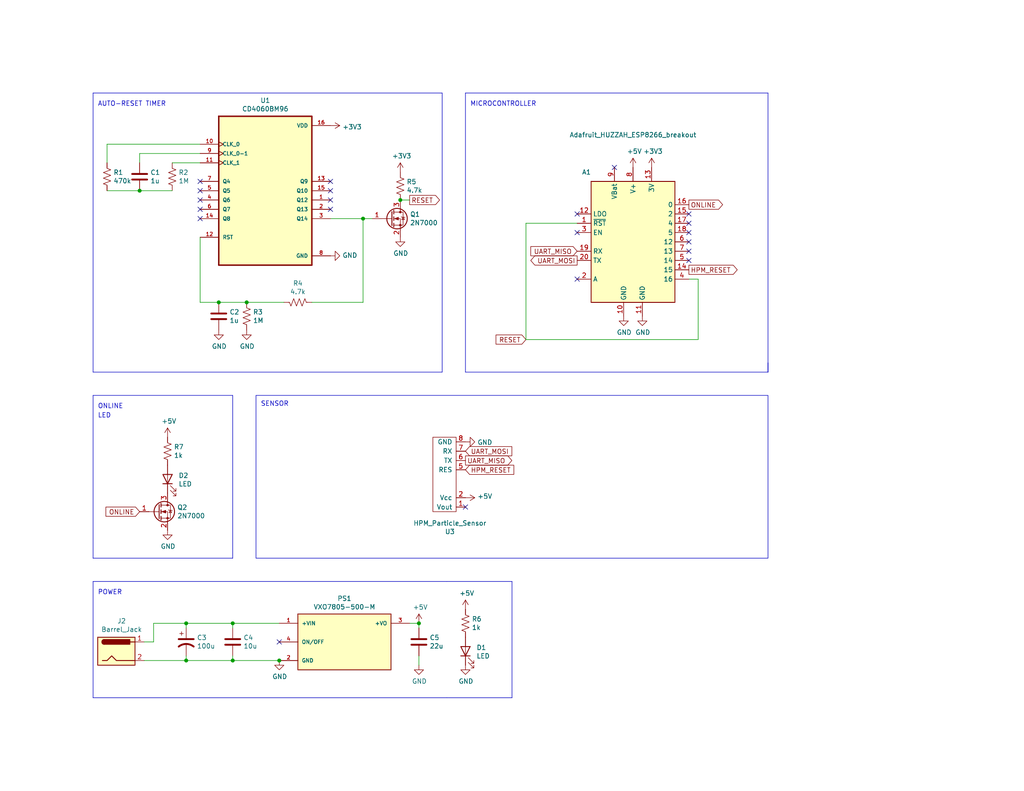
<source format=kicad_sch>
(kicad_sch (version 20230121) (generator eeschema)
  (paper "USLetter")
  (title_block (title "MQTT Particle Sensor") (date "2023-04-06") (rev "B") (company "University of Wisconsin-Madison") (comment 1 "Department of Chemistry") (comment 2 "Instrument Shop") (comment 3 "Blaise Thompson") (comment 4 "blaise.thompson@wisc.edu"))
  (lib_symbols
    (symbol "CD4060BM96:CD4060BM96" (pin_names (offset 1.016))
      (property "Reference" "U" (at -12.7 21.3106 0))
      (property "Value" "CD4060BM96" (at -12.7 -24.3078 0))
      (symbol "CD4060BM96_0_0"
        (rectangle (start -12.7 -20.32) (end 12.7 20.32) (stroke (width 0.4064)) (fill (type background)))
        (pin bidirectional line (at 17.78 -2.54 180) (length 5.08) (name "Q12") (number "1"))
        (pin input clock (at -17.78 12.7 0) (length 5.08) (name "CLK_0") (number "10"))
        (pin input clock (at -17.78 7.62 0) (length 5.08) (name "CLK_1") (number "11"))
        (pin bidirectional line (at -17.78 -12.7 0) (length 5.08) (name "RST") (number "12"))
        (pin bidirectional line (at 17.78 2.54 180) (length 5.08) (name "Q9") (number "13"))
        (pin bidirectional line (at -17.78 -7.62 0) (length 5.08) (name "Q8") (number "14"))
        (pin bidirectional line (at 17.78 0 180) (length 5.08) (name "Q10") (number "15"))
        (pin power_in line (at 17.78 17.78 180) (length 5.08) (name "VDD") (number "16"))
        (pin bidirectional line (at 17.78 -5.08 180) (length 5.08) (name "Q13") (number "2"))
        (pin bidirectional line (at 17.78 -7.62 180) (length 5.08) (name "Q14") (number "3"))
        (pin bidirectional line (at -17.78 -2.54 0) (length 5.08) (name "Q6") (number "4"))
        (pin bidirectional line (at -17.78 0 0) (length 5.08) (name "Q5") (number "5"))
        (pin bidirectional line (at -17.78 -5.08 0) (length 5.08) (name "Q7") (number "6"))
        (pin bidirectional line (at -17.78 2.54 0) (length 5.08) (name "Q4") (number "7"))
        (pin power_in line (at 17.78 -17.78 180) (length 5.08) (name "GND") (number "8"))
        (pin input clock (at -17.78 10.16 0) (length 5.08) (name "CLK_0-1") (number "9"))
      )
    )
    (symbol "Connector:Barrel_Jack" (pin_names (offset 1.016))
      (property "Reference" "J" (at 0 5.334 0))
      (property "Value" "Barrel_Jack" (at 0 -5.08 0))
      (symbol "Barrel_Jack_0_1"
        (rectangle (start -5.08 3.81) (end 5.08 -3.81) (stroke (width 0.254)) (fill (type background)))
        (arc (start -3.302 3.175) (mid -3.9343 2.54) (end -3.302 1.905) (stroke (width 0.254)))
        (arc (start -3.302 3.175) (mid -3.9343 2.54) (end -3.302 1.905) (stroke (width 0.254)) (fill (type outline)))
        (polyline (pts (xy 5.08 2.54) (xy 3.81 2.54)) (stroke (width 0.254)))
        (polyline (pts (xy -3.81 -2.54) (xy -2.54 -2.54) (xy -1.27 -1.27) (xy 0 -2.54) (xy 2.54 -2.54) (xy 5.08 -2.54)) (stroke (width 0.254)))
        (rectangle (start 3.683 3.175) (end -3.302 1.905) (stroke (width 0.254)) (fill (type outline)))
      )
      (symbol "Barrel_Jack_1_1"
        (pin passive line (at 7.62 2.54 180) (length 2.54) (name "~") (number "1"))
        (pin passive line (at 7.62 -2.54 180) (length 2.54) (name "~") (number "2"))
      )
    )
    (symbol "Device:C" (pin_numbers hide) (pin_names (offset 0.254))
      (property "Reference" "C" (at 0.635 2.54 0))
      (property "Value" "C" (at 0.635 -2.54 0))
      (symbol "C_0_1"
        (polyline (pts (xy -2.032 -0.762) (xy 2.032 -0.762)) (stroke (width 0.508)))
        (polyline (pts (xy -2.032 0.762) (xy 2.032 0.762)) (stroke (width 0.508)))
      )
      (symbol "C_1_1"
        (pin passive line (at 0 3.81 270) (length 2.794) (name "~") (number "1"))
        (pin passive line (at 0 -3.81 90) (length 2.794) (name "~") (number "2"))
      )
    )
    (symbol "Device:CP1" (pin_numbers hide) (pin_names (offset 0.254) hide)
      (property "Reference" "C" (at 0.635 2.54 0))
      (property "Value" "Device_CP1" (at 0.635 -2.54 0))
      (symbol "CP1_0_1"
        (polyline (pts (xy -2.032 0.762) (xy 2.032 0.762)) (stroke (width 0.508)))
        (polyline (pts (xy -1.778 2.286) (xy -0.762 2.286)))
        (polyline (pts (xy -1.27 1.778) (xy -1.27 2.794)))
        (arc (start 2.032 -1.27) (mid 0 -0.5572) (end -2.032 -1.27) (stroke (width 0.508)))
      )
      (symbol "CP1_1_1"
        (pin passive line (at 0 3.81 270) (length 2.794) (name "~") (number "1"))
        (pin passive line (at 0 -3.81 90) (length 3.302) (name "~") (number "2"))
      )
    )
    (symbol "Device:LED" (pin_numbers hide) (pin_names (offset 1.016) hide)
      (property "Reference" "D" (at 0 2.54 0))
      (property "Value" "LED" (at 0 -2.54 0))
      (symbol "LED_0_1"
        (polyline (pts (xy -1.27 -1.27) (xy -1.27 1.27)) (stroke (width 0.254)))
        (polyline (pts (xy -1.27 0) (xy 1.27 0)))
        (polyline (pts (xy 1.27 -1.27) (xy 1.27 1.27) (xy -1.27 0) (xy 1.27 -1.27)) (stroke (width 0.254)))
        (polyline (pts (xy -3.048 -0.762) (xy -4.572 -2.286) (xy -3.81 -2.286) (xy -4.572 -2.286) (xy -4.572 -1.524)))
        (polyline (pts (xy -1.778 -0.762) (xy -3.302 -2.286) (xy -2.54 -2.286) (xy -3.302 -2.286) (xy -3.302 -1.524)))
      )
      (symbol "LED_1_1"
        (pin passive line (at -3.81 0 0) (length 2.54) (name "K") (number "1"))
        (pin passive line (at 3.81 0 180) (length 2.54) (name "A") (number "2"))
      )
    )
    (symbol "Device:Q_NMOS_GSD" (pin_names (offset 0) hide)
      (property "Reference" "Q" (at 5.08 1.27 0))
      (property "Value" "Q_NMOS_GSD" (at 5.08 -1.27 0))
      (symbol "Q_NMOS_GSD_0_1"
        (polyline (pts (xy 0.254 0) (xy -2.54 0)))
        (polyline (pts (xy 0.254 1.905) (xy 0.254 -1.905)) (stroke (width 0.254)))
        (polyline (pts (xy 0.762 -1.27) (xy 0.762 -2.286)) (stroke (width 0.254)))
        (polyline (pts (xy 0.762 0.508) (xy 0.762 -0.508)) (stroke (width 0.254)))
        (polyline (pts (xy 0.762 2.286) (xy 0.762 1.27)) (stroke (width 0.254)))
        (polyline (pts (xy 2.54 2.54) (xy 2.54 1.778)))
        (polyline (pts (xy 2.54 -2.54) (xy 2.54 0) (xy 0.762 0)))
        (polyline (pts (xy 0.762 -1.778) (xy 3.302 -1.778) (xy 3.302 1.778) (xy 0.762 1.778)))
        (polyline (pts (xy 1.016 0) (xy 2.032 0.381) (xy 2.032 -0.381) (xy 1.016 0)) (fill (type outline)))
        (polyline (pts (xy 2.794 0.508) (xy 2.921 0.381) (xy 3.683 0.381) (xy 3.81 0.254)))
        (polyline (pts (xy 3.302 0.381) (xy 2.921 -0.254) (xy 3.683 -0.254) (xy 3.302 0.381)))
        (circle (center 1.651 0) (radius 2.794) (stroke (width 0.254)))
        (circle (center 2.54 -1.778) (radius 0.254) (fill (type outline)))
        (circle (center 2.54 1.778) (radius 0.254) (fill (type outline)))
      )
      (symbol "Q_NMOS_GSD_1_1"
        (pin input line (at -5.08 0 0) (length 2.54) (name "G") (number "1"))
        (pin passive line (at 2.54 -5.08 90) (length 2.54) (name "S") (number "2"))
        (pin passive line (at 2.54 5.08 270) (length 2.54) (name "D") (number "3"))
      )
    )
    (symbol "Device:R_US" (pin_numbers hide) (pin_names (offset 0))
      (property "Reference" "R" (at 2.54 0 90))
      (property "Value" "R_US" (at -2.54 0 90))
      (symbol "R_US_0_1"
        (polyline (pts (xy 0 -2.286) (xy 0 -2.54)))
        (polyline (pts (xy 0 2.286) (xy 0 2.54)))
        (polyline (pts (xy 0 -0.762) (xy 1.016 -1.143) (xy 0 -1.524) (xy -1.016 -1.905) (xy 0 -2.286)))
        (polyline (pts (xy 0 0.762) (xy 1.016 0.381) (xy 0 0) (xy -1.016 -0.381) (xy 0 -0.762)))
        (polyline (pts (xy 0 2.286) (xy 1.016 1.905) (xy 0 1.524) (xy -1.016 1.143) (xy 0 0.762)))
      )
      (symbol "R_US_1_1"
        (pin passive line (at 0 3.81 270) (length 1.27) (name "~") (number "1"))
        (pin passive line (at 0 -3.81 90) (length 1.27) (name "~") (number "2"))
      )
    )
    (symbol "MCU_Module:Adafruit_HUZZAH_ESP8266_breakout"
      (property "Reference" "A" (at 7.62 19.05 0))
      (property "Value" "Adafruit_HUZZAH_ESP8266_breakout" (at 3.81 -19.05 0))
      (symbol "Adafruit_HUZZAH_ESP8266_breakout_0_1"
        (rectangle (start -11.43 16.51) (end 11.43 -16.51) (stroke (width 0.254)) (fill (type background)))
      )
      (symbol "Adafruit_HUZZAH_ESP8266_breakout_1_1"
        (pin input line (at -15.24 5.08 0) (length 3.81) (name "~{RST}") (number "1"))
        (pin power_in line (at -2.54 -20.32 90) (length 3.81) (name "GND") (number "10"))
        (pin power_in line (at 2.54 -20.32 90) (length 3.81) (name "GND") (number "11"))
        (pin input line (at -15.24 7.62 0) (length 3.81) (name "LDO") (number "12"))
        (pin power_out line (at 5.08 20.32 270) (length 3.81) (name "3V") (number "13"))
        (pin bidirectional line (at 15.24 -7.62 180) (length 3.81) (name "15") (number "14"))
        (pin bidirectional line (at 15.24 7.62 180) (length 3.81) (name "2") (number "15"))
        (pin bidirectional line (at 15.24 10.16 180) (length 3.81) (name "0") (number "16"))
        (pin bidirectional line (at 15.24 5.08 180) (length 3.81) (name "4") (number "17"))
        (pin bidirectional line (at 15.24 2.54 180) (length 3.81) (name "5") (number "18"))
        (pin input line (at -15.24 -2.54 0) (length 3.81) (name "RX") (number "19"))
        (pin input line (at -15.24 -10.16 0) (length 3.81) (name "A") (number "2"))
        (pin output line (at -15.24 -5.08 0) (length 3.81) (name "TX") (number "20"))
        (pin input line (at -15.24 2.54 0) (length 3.81) (name "EN") (number "3"))
        (pin bidirectional line (at 15.24 -10.16 180) (length 3.81) (name "16") (number "4"))
        (pin bidirectional line (at 15.24 -5.08 180) (length 3.81) (name "14") (number "5"))
        (pin bidirectional line (at 15.24 0 180) (length 3.81) (name "12") (number "6"))
        (pin bidirectional line (at 15.24 -2.54 180) (length 3.81) (name "13") (number "7"))
        (pin power_in line (at 0 20.32 270) (length 3.81) (name "V+") (number "8"))
        (pin power_in line (at -5.08 20.32 270) (length 3.81) (name "VBat") (number "9"))
      )
    )
    (symbol "VXO7805-500-M:VXO7805-500-M" (pin_names (offset 1.016))
      (property "Reference" "PS" (at -12.7 8.89 0))
      (property "Value" "VXO7805-500-M" (at -12.7 -8.89 0))
      (symbol "VXO7805-500-M_0_0"
        (pin input line (at -17.78 5.08 0) (length 5.08) (name "+VIN") (number "1"))
        (pin power_in line (at -17.78 -5.08 0) (length 5.08) (name "GND") (number "2"))
        (pin output line (at 17.78 5.08 180) (length 5.08) (name "+VO") (number "3"))
        (pin input line (at -17.78 0 0) (length 5.08) (name "ON/OFF") (number "4"))
      )
      (symbol "VXO7805-500-M_1_1"
        (rectangle (start -12.7 7.62) (end 12.7 -7.62) (stroke (width 0.254)) (fill (type background)))
      )
    )
    (symbol "mqtt_particle_sensor-rescue:HPM_Particle_Sensor-Honeywell_Library" (pin_names (offset 1.016))
      (property "Reference" "U" (at 0 0 0))
      (property "Value" "Honeywell_Library_HPM_Particle_Sensor" (at 0 0 0))
      (symbol "HPM_Particle_Sensor-Honeywell_Library_0_1"
        (rectangle (start -5.08 -2.54) (end 1.27 -22.86))
      )
      (symbol "HPM_Particle_Sensor-Honeywell_Library_1_1"
        (pin power_out line (at 3.81 -3.81 180) (length 2.54) (name "Vout") (number "1"))
        (pin power_in line (at 3.81 -6.35 180) (length 2.54) (name "Vcc") (number "2"))
        (pin input line (at 3.81 -13.97 180) (length 2.54) (name "RES") (number "5"))
        (pin output line (at 3.81 -16.51 180) (length 2.54) (name "TX") (number "6"))
        (pin input line (at 3.81 -19.05 180) (length 2.54) (name "RX") (number "7"))
        (pin unspecified line (at 3.81 -21.59 180) (length 2.54) (name "GND") (number "8"))
      )
    )
    (symbol "power:+3.3V" (power) (pin_names (offset 0))
      (property "Value" "+3.3V" (at 0 3.556 0))
      (symbol "+3.3V_0_1"
        (polyline (pts (xy -0.762 1.27) (xy 0 2.54)))
        (polyline (pts (xy 0 0) (xy 0 2.54)))
        (polyline (pts (xy 0 2.54) (xy 0.762 1.27)))
      )
      (symbol "+3.3V_1_1"
        (pin power_in line (at 0 0 90) (length 0) hide (name "+3V3") (number "1"))
      )
    )
    (symbol "power:+5V" (power) (pin_names (offset 0))
      (property "Value" "+5V" (at 0 3.556 0))
      (symbol "+5V_0_1"
        (polyline (pts (xy -0.762 1.27) (xy 0 2.54)))
        (polyline (pts (xy 0 0) (xy 0 2.54)))
        (polyline (pts (xy 0 2.54) (xy 0.762 1.27)))
      )
      (symbol "+5V_1_1"
        (pin power_in line (at 0 0 90) (length 0) hide (name "+5V") (number "1"))
      )
    )
    (symbol "power:GND" (power) (pin_names (offset 0))
      (property "Value" "GND" (at 0 -3.81 0))
      (symbol "GND_0_1"
        (polyline (pts (xy 0 0) (xy 0 -1.27) (xy 1.27 -1.27) (xy 0 -2.54) (xy -1.27 -1.27) (xy 0 -1.27)))
      )
      (symbol "GND_1_1"
        (pin power_in line (at 0 0 270) (length 0) hide (name "GND") (number "1"))
      )
    )
  )
  (junction (at 59.69 82.55))
  (junction (at 50.8 170.18))
  (junction (at 63.5 180.34))
  (junction (at 109.22 54.61))
  (junction (at 99.06 59.69))
  (junction (at 50.8 180.34))
  (junction (at 67.31 82.55))
  (junction (at 114.3 170.18))
  (junction (at 38.1 52.07))
  (junction (at 63.5 170.18))
  (junction (at 76.2 180.34))
  (no_connect (at 90.17 57.15))
  (no_connect (at 90.17 49.53))
  (no_connect (at 167.64 45.72))
  (no_connect (at 187.96 68.58))
  (no_connect (at 54.61 54.61))
  (no_connect (at 54.61 59.69))
  (no_connect (at 157.48 76.2))
  (no_connect (at 187.96 66.04))
  (no_connect (at 187.96 60.96))
  (no_connect (at 187.96 58.42))
  (no_connect (at 187.96 71.12))
  (no_connect (at 90.17 52.07))
  (no_connect (at 127 138.43))
  (no_connect (at 157.48 63.5))
  (no_connect (at 157.48 58.42))
  (no_connect (at 54.61 57.15))
  (no_connect (at 187.96 63.5))
  (no_connect (at 54.61 49.53))
  (no_connect (at 54.61 52.07))
  (no_connect (at 90.17 54.61))
  (no_connect (at 76.2 175.26))
  (polyline (pts (xy 25.4 152.4) (xy 25.4 107.95)))
  (polyline (pts (xy 25.4 190.5) (xy 25.4 158.75)))
  (wire (pts (xy 190.5 92.71) (xy 143.51 92.71)))
  (wire (pts (xy 54.61 82.55) (xy 54.61 64.77)))
  (polyline (pts (xy 25.4 25.4) (xy 25.4 101.6)))
  (wire (pts (xy 54.61 82.55) (xy 59.69 82.55)))
  (polyline (pts (xy 63.5 107.95) (xy 63.5 152.4)))
  (wire (pts (xy 39.37 175.26) (xy 41.91 175.26)))
  (polyline (pts (xy 139.7 190.5) (xy 121.92 190.5)))
  (polyline (pts (xy 25.4 158.75) (xy 121.92 158.75)))
  (polyline (pts (xy 25.4 107.95) (xy 63.5 107.95)))
  (wire (pts (xy 114.3 179.07) (xy 114.3 181.61)))
  (wire (pts (xy 143.51 60.96) (xy 157.48 60.96)))
  (wire (pts (xy 67.31 82.55) (xy 77.47 82.55)))
  (polyline (pts (xy 209.55 101.6) (xy 209.55 99.06)))
  (wire (pts (xy 114.3 170.18) (xy 111.76 170.18)))
  (wire (pts (xy 41.91 175.26) (xy 41.91 170.18)))
  (wire (pts (xy 63.5 170.18) (xy 63.5 171.45)))
  (polyline (pts (xy 139.7 158.75) (xy 139.7 190.5)))
  (wire (pts (xy 90.17 59.69) (xy 99.06 59.69)))
  (wire (pts (xy 54.61 41.91) (xy 38.1 41.91)))
  (wire (pts (xy 143.51 92.71) (xy 143.51 60.96)))
  (wire (pts (xy 46.99 44.45) (xy 54.61 44.45)))
  (wire (pts (xy 29.21 52.07) (xy 38.1 52.07)))
  (wire (pts (xy 59.69 82.55) (xy 67.31 82.55)))
  (wire (pts (xy 63.5 180.34) (xy 76.2 180.34)))
  (wire (pts (xy 38.1 41.91) (xy 38.1 44.45)))
  (wire (pts (xy 50.8 179.07) (xy 50.8 180.34)))
  (polyline (pts (xy 63.5 152.4) (xy 25.4 152.4)))
  (wire (pts (xy 63.5 179.07) (xy 63.5 180.34)))
  (polyline (pts (xy 209.55 25.4) (xy 209.55 101.6)))
  (polyline (pts (xy 120.65 25.4) (xy 120.65 101.6)))
  (polyline (pts (xy 127 101.6) (xy 209.55 101.6)))
  (wire (pts (xy 109.22 54.61) (xy 111.76 54.61)))
  (polyline (pts (xy 25.4 25.4) (xy 120.65 25.4)))
  (polyline (pts (xy 127 25.4) (xy 209.55 25.4)))
  (wire (pts (xy 50.8 171.45) (xy 50.8 170.18)))
  (wire (pts (xy 85.09 82.55) (xy 99.06 82.55)))
  (wire (pts (xy 63.5 170.18) (xy 76.2 170.18)))
  (wire (pts (xy 54.61 39.37) (xy 29.21 39.37)))
  (wire (pts (xy 187.96 76.2) (xy 190.5 76.2)))
  (wire (pts (xy 39.37 180.34) (xy 50.8 180.34)))
  (wire (pts (xy 190.5 76.2) (xy 190.5 92.71)))
  (polyline (pts (xy 121.92 190.5) (xy 25.4 190.5)))
  (wire (pts (xy 29.21 39.37) (xy 29.21 44.45)))
  (wire (pts (xy 114.3 171.45) (xy 114.3 170.18)))
  (wire (pts (xy 50.8 180.34) (xy 63.5 180.34)))
  (polyline (pts (xy 121.92 158.75) (xy 139.7 158.75)))
  (wire (pts (xy 41.91 170.18) (xy 50.8 170.18)))
  (polyline (pts (xy 120.65 101.6) (xy 25.4 101.6)))
  (wire (pts (xy 50.8 170.18) (xy 63.5 170.18)))
  (wire (pts (xy 99.06 59.69) (xy 101.6 59.69)))
  (wire (pts (xy 99.06 82.55) (xy 99.06 59.69)))
  (wire (pts (xy 38.1 52.07) (xy 46.99 52.07)))
  (polyline (pts (xy 127 101.6) (xy 127 25.4)))
  (rectangle (start 69.85 107.95) (end 209.55 152.4))
  (text "AUTO-RESET TIMER" (at 26.67 29.21 0) (effects (font (size 1.27 1.27)) (justify left bottom)))
  (text "MICROCONTROLLER" (at 128.27 29.21 0) (effects (font (size 1.27 1.27)) (justify left bottom)))
  (text "LED\n" (at 26.67 114.3 0) (effects (font (size 1.27 1.27)) (justify left bottom)))
  (text "POWER" (at 26.67 162.56 0) (effects (font (size 1.27 1.27)) (justify left bottom)))
  (text "ONLINE" (at 26.67 111.76 0) (effects (font (size 1.27 1.27)) (justify left bottom)))
  (text "SENSOR\n" (at 71.12 111.125 0) (effects (font (size 1.27 1.27)) (justify left bottom)))
  (global_label "RESET" (shape output) (at 111.76 54.61 0) (property "Intersheetrefs" "${INTERSHEET_REFS}" (effects hide)))
  (global_label "UART_MISO" (shape output) (at 127 125.73 0) (property "Intersheetrefs" "${INTERSHEET_REFS}" (effects hide)))
  (global_label "UART_MOSI" (shape output) (at 157.48 71.12 180) (property "Intersheetrefs" "${INTERSHEET_REFS}" (effects hide)))
  (global_label "HPM_RESET" (shape input) (at 127 128.27 0) (property "Intersheetrefs" "${INTERSHEET_REFS}" (effects hide)))
  (global_label "UART_MOSI" (shape input) (at 127 123.19 0) (property "Intersheetrefs" "${INTERSHEET_REFS}" (effects hide)))
  (global_label "UART_MISO" (shape input) (at 157.48 68.58 180) (property "Intersheetrefs" "${INTERSHEET_REFS}" (effects hide)))
  (global_label "RESET" (shape input) (at 143.51 92.71 180) (property "Intersheetrefs" "${INTERSHEET_REFS}" (effects hide)))
  (global_label "ONLINE" (shape input) (at 38.1 139.7 180) (property "Intersheetrefs" "${INTERSHEET_REFS}" (effects hide)))
  (global_label "HPM_RESET" (shape output) (at 187.96 73.66 0) (property "Intersheetrefs" "${INTERSHEET_REFS}" (effects hide)))
  (global_label "ONLINE" (shape output) (at 187.96 55.88 0) (property "Intersheetrefs" "${INTERSHEET_REFS}" (effects hide)))
  (symbol (lib_id "mqtt_particle_sensor-rescue:HPM_Particle_Sensor-Honeywell_Library") (at 123.19 142.24 0) (mirror x) (unit 1)
    (property "Reference" "U3" (at 122.7582 145.161 0))
    (property "Value" "HPM_Particle_Sensor" (at 122.7582 142.8496 0))
    (property "Footprint" "footprints:honewell-hpm" (effects hide))
  )
  (symbol (lib_id "power:+5V") (at 127 135.89 270) (mirror x) (unit 1)
    (property "Reference" "#PWR0101" (effects hide))
    (property "Value" "+5V" (at 130.2512 135.509 90) (effects (justify left)))
  )
  (symbol (lib_id "power:GND") (at 127 120.65 90) (mirror x) (unit 1)
    (property "Reference" "#PWR0102" (effects hide))
    (property "Value" "GND" (at 130.2512 120.777 90) (effects (justify right)))
  )
  (symbol (lib_id "MCU_Module:Adafruit_HUZZAH_ESP8266_breakout") (at 172.72 66.04 0) (unit 1)
    (property "Reference" "A1" (at 160.02 46.99 0))
    (property "Value" "Adafruit_HUZZAH_ESP8266_breakout" (at 172.72 36.83 0))
    (property "Footprint" "Module:Adafruit_HUZZAH_ESP8266_breakout" (effects hide))
    (property "Datasheet" "https://www.adafruit.com/product/2471" (effects hide))
  )
  (symbol (lib_id "power:+3.3V") (at 109.22 46.99 0) (unit 1)
    (property "Reference" "#PWR05" (effects hide))
    (property "Value" "+3.3V" (at 109.601 42.5958 0))
  )
  (symbol (lib_id "Device:R_US") (at 81.28 82.55 270) (mirror x) (unit 1)
    (property "Reference" "R4" (at 81.28 77.343 90))
    (property "Value" "4.7k" (at 81.28 79.6544 90))
    (property "Footprint" "Resistor_SMD:R_1206_3216Metric_Pad1.30x1.75mm_HandSolder" (effects hide))
  )
  (symbol (lib_id "power:+5V") (at 172.72 45.72 0) (unit 1)
    (property "Reference" "#PWR015" (effects hide))
    (property "Value" "+5V" (at 173.101 41.3258 0))
  )
  (symbol (lib_id "Device:C") (at 114.3 175.26 0) (unit 1)
    (property "Reference" "C5" (at 117.221 174.0916 0) (effects (justify left)))
    (property "Value" "22u" (at 117.221 176.403 0) (effects (justify left)))
    (property "Footprint" "Capacitor_SMD:C_1206_3216Metric_Pad1.33x1.80mm_HandSolder" (effects hide))
  )
  (symbol (lib_id "power:GND") (at 109.22 64.77 0) (unit 1)
    (property "Reference" "#PWR06" (effects hide))
    (property "Value" "GND" (at 109.347 69.1642 0))
  )
  (symbol (lib_id "power:GND") (at 90.17 69.85 90) (unit 1)
    (property "Reference" "#PWR04" (effects hide))
    (property "Value" "GND" (at 93.4212 69.723 90) (effects (justify right)))
  )
  (symbol (lib_id "power:GND") (at 59.69 90.17 0) (unit 1)
    (property "Reference" "#PWR01" (effects hide))
    (property "Value" "GND" (at 59.817 94.5642 0))
  )
  (symbol (lib_id "Device:R_US") (at 29.21 48.26 180) (unit 1)
    (property "Reference" "R1" (at 30.9372 47.0916 0) (effects (justify right)))
    (property "Value" "470k" (at 30.9372 49.403 0) (effects (justify right)))
    (property "Footprint" "Resistor_SMD:R_1206_3216Metric_Pad1.30x1.75mm_HandSolder" (effects hide))
  )
  (symbol (lib_id "Device:LED") (at 45.72 130.81 90) (unit 1)
    (property "Reference" "D2" (at 48.7172 129.8194 90) (effects (justify right)))
    (property "Value" "LED" (at 48.7172 132.1308 90) (effects (justify right)))
    (property "Footprint" "LED_SMD:LED_1206_3216Metric_Pad1.42x1.75mm_HandSolder" (effects hide))
  )
  (symbol (lib_id "power:GND") (at 175.26 86.36 0) (unit 1)
    (property "Reference" "#PWR016" (effects hide))
    (property "Value" "GND" (at 175.387 90.7542 0))
  )
  (symbol (lib_id "power:GND") (at 114.3 181.61 0) (unit 1)
    (property "Reference" "#PWR09" (effects hide))
    (property "Value" "GND" (at 114.427 186.0042 0))
  )
  (symbol (lib_id "Device:LED") (at 127 177.8 90) (unit 1)
    (property "Reference" "D1" (at 129.9972 176.8094 90) (effects (justify right)))
    (property "Value" "LED" (at 129.9972 179.1208 90) (effects (justify right)))
    (property "Footprint" "LED_SMD:LED_1206_3216Metric_Pad1.42x1.75mm_HandSolder" (effects hide))
  )
  (symbol (lib_id "Device:R_US") (at 45.72 123.19 0) (unit 1)
    (property "Reference" "R7" (at 47.4472 122.0216 0) (effects (justify left)))
    (property "Value" "1k" (at 47.4472 124.333 0) (effects (justify left)))
    (property "Footprint" "Resistor_SMD:R_1206_3216Metric_Pad1.30x1.75mm_HandSolder" (effects hide))
  )
  (symbol (lib_id "Connector:Barrel_Jack") (at 31.75 177.8 0) (unit 1)
    (property "Reference" "J2" (at 33.1978 169.545 0))
    (property "Value" "Barrel_Jack" (at 33.1978 171.8564 0))
    (property "Footprint" "Connector_BarrelJack:BarrelJack_Horizontal" (effects hide))
  )
  (symbol (lib_id "Device:C") (at 63.5 175.26 0) (unit 1)
    (property "Reference" "C4" (at 66.421 174.0916 0) (effects (justify left)))
    (property "Value" "10u" (at 66.421 176.403 0) (effects (justify left)))
    (property "Footprint" "Capacitor_SMD:C_1206_3216Metric_Pad1.33x1.80mm_HandSolder" (effects hide))
  )
  (symbol (lib_id "Device:R_US") (at 127 170.18 0) (unit 1)
    (property "Reference" "R6" (at 128.7272 169.0116 0) (effects (justify left)))
    (property "Value" "1k" (at 128.7272 171.323 0) (effects (justify left)))
    (property "Footprint" "Resistor_SMD:R_1206_3216Metric_Pad1.30x1.75mm_HandSolder" (effects hide))
  )
  (symbol (lib_id "power:GND") (at 67.31 90.17 0) (unit 1)
    (property "Reference" "#PWR02" (effects hide))
    (property "Value" "GND" (at 67.437 94.5642 0))
  )
  (symbol (lib_id "Device:R_US") (at 109.22 50.8 0) (unit 1)
    (property "Reference" "R5" (at 110.9472 49.6316 0) (effects (justify left)))
    (property "Value" "4.7k" (at 110.9472 51.943 0) (effects (justify left)))
    (property "Footprint" "Resistor_SMD:R_1206_3216Metric_Pad1.30x1.75mm_HandSolder" (effects hide))
  )
  (symbol (lib_id "power:GND") (at 76.2 180.34 0) (unit 1)
    (property "Reference" "#PWR07" (effects hide))
    (property "Value" "GND" (at 76.327 184.7342 0))
  )
  (symbol (lib_id "power:+5V") (at 127 166.37 0) (unit 1)
    (property "Reference" "#PWR010" (effects hide))
    (property "Value" "+5V" (at 127.381 161.9758 0))
  )
  (symbol (lib_id "VXO7805-500-M:VXO7805-500-M") (at 93.98 175.26 0) (unit 1)
    (property "Reference" "PS1" (at 93.98 163.3982 0))
    (property "Value" "VXO7805-500-M" (at 93.98 165.7096 0))
    (property "Footprint" "footprints:CONV_VXO7805-500-M" (effects hide))
    (property "Datasheet" "1.0" (effects hide))
    (property "Field4" "3.5 mm" (effects hide))
    (property "Field5" "CUI Inc." (effects hide))
    (property "Field6" "Manufacturer Recommendations" (effects hide))
  )
  (symbol (lib_id "Device:C") (at 38.1 48.26 0) (unit 1)
    (property "Reference" "C1" (at 41.021 47.0916 0) (effects (justify left)))
    (property "Value" "1u" (at 41.021 49.403 0) (effects (justify left)))
    (property "Footprint" "Capacitor_SMD:C_1206_3216Metric_Pad1.33x1.80mm_HandSolder" (effects hide))
  )
  (symbol (lib_id "power:+5V") (at 114.3 170.18 0) (unit 1)
    (property "Reference" "#PWR08" (effects hide))
    (property "Value" "+5V" (at 114.681 165.7858 0))
  )
  (symbol (lib_id "power:+3.3V") (at 90.17 34.29 270) (unit 1)
    (property "Reference" "#PWR03" (effects hide))
    (property "Value" "+3.3V" (at 93.4212 34.671 90) (effects (justify left)))
  )
  (symbol (lib_id "Device:CP1") (at 50.8 175.26 0) (unit 1)
    (property "Reference" "C3" (at 53.721 174.0916 0) (effects (justify left)))
    (property "Value" "100u" (at 53.721 176.403 0) (effects (justify left)))
    (property "Footprint" "Capacitor_THT:CP_Radial_Tantal_D7.0mm_P2.50mm" (effects hide))
  )
  (symbol (lib_id "power:GND") (at 170.18 86.36 0) (unit 1)
    (property "Reference" "#PWR014" (effects hide))
    (property "Value" "GND" (at 170.307 90.7542 0))
  )
  (symbol (lib_id "power:GND") (at 45.72 144.78 0) (unit 1)
    (property "Reference" "#PWR013" (effects hide))
    (property "Value" "GND" (at 45.847 149.1742 0))
  )
  (symbol (lib_id "Device:C") (at 59.69 86.36 0) (unit 1)
    (property "Reference" "C2" (at 62.611 85.1916 0) (effects (justify left)))
    (property "Value" "1u" (at 62.611 87.503 0) (effects (justify left)))
    (property "Footprint" "Capacitor_SMD:C_1206_3216Metric_Pad1.33x1.80mm_HandSolder" (effects hide))
  )
  (symbol (lib_id "Device:Q_NMOS_GSD") (at 106.68 59.69 0) (unit 1)
    (property "Reference" "Q1" (at 111.8616 58.5216 0) (effects (justify left)))
    (property "Value" "2N7000" (at 111.8616 60.833 0) (effects (justify left)))
    (property "Footprint" "Package_TO_SOT_SMD:SOT-23_Handsoldering" (effects hide))
  )
  (symbol (lib_id "power:GND") (at 127 181.61 0) (unit 1)
    (property "Reference" "#PWR011" (effects hide))
    (property "Value" "GND" (at 127.127 186.0042 0))
  )
  (symbol (lib_id "Device:R_US") (at 67.31 86.36 0) (unit 1)
    (property "Reference" "R3" (at 69.0372 85.1916 0) (effects (justify left)))
    (property "Value" "1M" (at 69.0372 87.503 0) (effects (justify left)))
    (property "Footprint" "Resistor_SMD:R_1206_3216Metric_Pad1.30x1.75mm_HandSolder" (effects hide))
  )
  (symbol (lib_id "Device:Q_NMOS_GSD") (at 43.18 139.7 0) (unit 1)
    (property "Reference" "Q2" (at 48.3616 138.5316 0) (effects (justify left)))
    (property "Value" "2N7000" (at 48.3616 140.843 0) (effects (justify left)))
    (property "Footprint" "Package_TO_SOT_SMD:SOT-23_Handsoldering" (effects hide))
  )
  (symbol (lib_id "power:+3.3V") (at 177.8 45.72 0) (unit 1)
    (property "Reference" "#PWR017" (effects hide))
    (property "Value" "+3.3V" (at 178.181 41.3258 0))
  )
  (symbol (lib_id "power:+5V") (at 45.72 119.38 0) (unit 1)
    (property "Reference" "#PWR012" (effects hide))
    (property "Value" "+5V" (at 46.101 114.9858 0))
  )
  (symbol (lib_id "Device:R_US") (at 46.99 48.26 180) (unit 1)
    (property "Reference" "R2" (at 48.7172 47.0916 0) (effects (justify right)))
    (property "Value" "1M" (at 48.7172 49.403 0) (effects (justify right)))
    (property "Footprint" "Resistor_SMD:R_1206_3216Metric_Pad1.30x1.75mm_HandSolder" (effects hide))
  )
  (symbol (lib_id "CD4060BM96:CD4060BM96") (at 72.39 52.07 0) (unit 1)
    (property "Reference" "U1" (at 72.39 27.432 0))
    (property "Value" "CD4060BM96" (at 72.39 29.7434 0))
    (property "Footprint" "Package_SO:SOIC-16_3.9x9.9mm_P1.27mm" (effects hide))
  )
)
</source>
